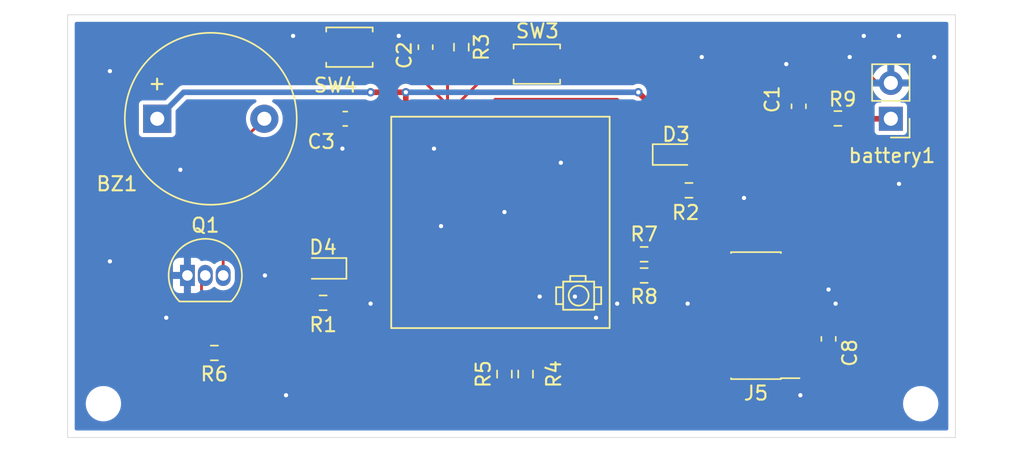
<source format=kicad_pcb>
(kicad_pcb (version 20221018) (generator pcbnew)
  (layers (0 "F.Cu" signal) (31 "B.Cu" signal) (34 "B.Paste" user) (35 "F.Paste" user) (36 "B.SilkS" user "B.Silkscreen") (37 "F.SilkS" user "F.Silkscreen") (38 "B.Mask" user) (39 "F.Mask" user) (44 "Edge.Cuts" user))
  (net 0 "")
  (net 1 "Net-(battery1-+)")
  (net 2 "GND")
  (net 3 "Net-(BZ1-+)")
  (net 4 "3V3")
  (net 5 "/RST")
  (net 6 "Net-(D3-K)")
  (net 7 "Net-(D3-A)")
  (net 8 "Net-(D4-K)")
  (net 9 "Net-(D4-A)")
  (net 12 "Net-(J5-JTMS{slash}SWDIO)")
  (net 13 "Net-(J5-JCLK{slash}SWCLK)")
  (net 19 "Net-(J5-VCP_RX)")
  (net 20 "Net-(J5-VCP_TX)")
  (net 21 "Net-(Q1-B)")
  (net 22 "/SWCLK")
  (net 23 "/SWDIO")
  (net 24 "/PA1")
  (net 25 "/RX2")
  (net 26 "/TX2")
  (net 27 "Net-(U$3-BOOT0)")
  (net 28 "/PA15")
  (net 29 "/TX1")
  (net 30 "/RX1")
  (net 31 "/SCL")
  (net 32 "/SDA")
  (net 34 "/MOSI")
  (net 35 "/MISO")
  (net 36 "/SCK")
  (net 37 "/NSS")
  (net 38 "/PA8")
  (net 39 "/A1")
  (net 40 "/D2")
  (net 41 "/PA0")
  (net 42 "/D4")
  (net 43 "/A3")
  (net 44 "/D3")
  (footprint "Capacitor_SMD:C_0603_1608Metric_Pad1.08x0.95mm_HandSolder" (layer "F.Cu") (at 181 135 90)
    (fp_text reference "C8" (at -1 1.5 90) (layer "F.SilkS"))
    (fp_text value "100nF")
    (fp_line (start -0.146267 -0.51) (end 0.146267 -0.51) (stroke (width 0.12)) (layer "F.SilkS"))
    (fp_line (start -0.146267 0.51) (end 0.146267 0.51) (stroke (width 0.12)) (layer "F.SilkS"))
    (pad "1" smd roundrect (at -0.8625 0 90) (size 1.075 0.95) (layers "F.Cu" "F.Paste" "F.Mask") (net 4 "3V3"))
    (pad "2" smd roundrect (at 0.8625 0 90) (size 1.075 0.95) (layers "F.Cu" "F.Paste" "F.Mask") (net 2 "GND"))
  )
  (footprint "MountingHole:MountingHole_2mm" (layer "F.Cu") (at 129.54 139.6)
    (fp_text reference "REF**" hide)
    (fp_text value "MountingHole_2mm")
    (pad "" np_thru_hole circle (at 0 0) (size 2 2) (drill 2) (layers "F&B.Cu" "*.Mask"))
  )
  (footprint "Connector_PinHeader_2.54mm:PinHeader_1x02_P2.54mm_Vertical" (layer "F.Cu") (at 185.42 119.38 180)
    (fp_text reference "battery1" (at -0.08 -2.62) (layer "F.SilkS"))
    (fp_text value "AAA")
    (fp_line (start -1.33 -1.33) (end 0 -1.33) (stroke (width 0.12)) (layer "F.SilkS"))
    (fp_line (start -1.33 0) (end -1.33 -1.33) (stroke (width 0.12)) (layer "F.SilkS"))
    (fp_line (start -1.33 1.27) (end -1.33 3.87) (stroke (width 0.12)) (layer "F.SilkS"))
    (fp_line (start -1.33 1.27) (end 1.33 1.27) (stroke (width 0.12)) (layer "F.SilkS"))
    (fp_line (start -1.33 3.87) (end 1.33 3.87) (stroke (width 0.12)) (layer "F.SilkS"))
    (fp_line (start 1.33 1.27) (end 1.33 3.87) (stroke (width 0.12)) (layer "F.SilkS"))
    (pad "1" thru_hole rect (at 0 0 180) (size 1.7 1.7) (drill 1) (layers "*.Cu" "*.Mask") (net 1 "Net-(battery1-+)"))
    (pad "2" thru_hole oval (at 0 2.54 180) (size 1.7 1.7) (drill 1) (layers "*.Cu" "*.Mask") (net 2 "GND"))
  )
  (footprint "Capacitor_SMD:C_0603_1608Metric_Pad1.08x0.95mm_HandSolder" (layer "F.Cu") (at 146.7 119.38)
    (fp_text reference "C3" (at -1.7 1.62) (layer "F.SilkS"))
    (fp_text value "100nF")
    (fp_line (start -0.146267 -0.51) (end 0.146267 -0.51) (stroke (width 0.12)) (layer "F.SilkS"))
    (fp_line (start -0.146267 0.51) (end 0.146267 0.51) (stroke (width 0.12)) (layer "F.SilkS"))
    (pad "1" smd roundrect (at -0.8625 0) (size 1.075 0.95) (layers "F.Cu" "F.Paste" "F.Mask") (net 2 "GND"))
    (pad "2" smd roundrect (at 0.8625 0) (size 1.075 0.95) (layers "F.Cu" "F.Paste" "F.Mask") (net 4 "3V3"))
  )
  (footprint "Resistor_SMD:R_0603_1608Metric_Pad0.98x0.95mm_HandSolder" (layer "F.Cu") (at 167.9125 130.5)
    (fp_text reference "R8" (at 0 1.5) (layer "F.SilkS"))
    (fp_text value "100")
    (fp_line (start -0.254724 -0.5225) (end 0.254724 -0.5225) (stroke (width 0.12)) (layer "F.SilkS"))
    (fp_line (start -0.254724 0.5225) (end 0.254724 0.5225) (stroke (width 0.12)) (layer "F.SilkS"))
    (pad "1" smd roundrect (at -0.9125 0) (size 0.975 0.95) (layers "F.Cu" "F.Paste" "F.Mask") (net 26 "/TX2"))
    (pad "2" smd roundrect (at 0.9125 0) (size 0.975 0.95) (layers "F.Cu" "F.Paste" "F.Mask") (net 20 "Net-(J5-VCP_TX)"))
  )
  (footprint "Resistor_SMD:R_0603_1608Metric_Pad0.98x0.95mm_HandSolder" (layer "F.Cu") (at 167.9125 129)
    (fp_text reference "R7" (at 0 -1.43) (layer "F.SilkS"))
    (fp_text value "100")
    (fp_line (start -0.254724 -0.5225) (end 0.254724 -0.5225) (stroke (width 0.12)) (layer "F.SilkS"))
    (fp_line (start -0.254724 0.5225) (end 0.254724 0.5225) (stroke (width 0.12)) (layer "F.SilkS"))
    (pad "1" smd roundrect (at -0.9125 0) (size 0.975 0.95) (layers "F.Cu" "F.Paste" "F.Mask") (net 25 "/RX2"))
    (pad "2" smd roundrect (at 0.9125 0) (size 0.975 0.95) (layers "F.Cu" "F.Paste" "F.Mask") (net 19 "Net-(J5-VCP_RX)"))
  )
  (footprint "Package_TO_SOT_THT:TO-92_Inline" (layer "F.Cu") (at 135.5 130.5)
    (fp_text reference "Q1" (at 1.27 -3.56) (layer "F.SilkS"))
    (fp_text value "2N3904")
    (fp_line (start -0.53 1.85) (end 3.07 1.85) (stroke (width 0.12)) (layer "F.SilkS"))
    (fp_arc (start -0.568478 1.838478) (mid -1.132087 -0.994977) (end 1.27 -2.6) (stroke (width 0.12)) (layer "F.SilkS"))
    (fp_arc (start 1.27 -2.6) (mid 3.672087 -0.994977) (end 3.108478 1.838478) (stroke (width 0.12)) (layer "F.SilkS"))
    (pad "1" thru_hole rect (at 0 0) (size 1.05 1.5) (drill 0.75) (layers "*.Cu" "*.Mask") (net 2 "GND"))
    (pad "2" thru_hole oval (at 1.27 0) (size 1.05 1.5) (drill 0.75) (layers "*.Cu" "*.Mask") (net 21 "Net-(Q1-B)"))
    (pad "3" thru_hole oval (at 2.54 0) (size 1.05 1.5) (drill 0.75) (layers "*.Cu" "*.Mask") (net 3 "Net-(BZ1-+)"))
  )
  (footprint "Resistor_SMD:R_0603_1608Metric_Pad0.98x0.95mm_HandSolder" (layer "F.Cu") (at 145.131009 132.442655 180)
    (fp_text reference "R1" (at 0 -1.557345) (layer "F.SilkS"))
    (fp_text value "1K")
    (fp_line (start -0.254724 -0.5225) (end 0.254724 -0.5225) (stroke (width 0.12)) (layer "F.SilkS"))
    (fp_line (start -0.254724 0.5225) (end 0.254724 0.5225) (stroke (width 0.12)) (layer "F.SilkS"))
    (pad "1" smd roundrect (at -0.9125 0 180) (size 0.975 0.95) (layers "F.Cu" "F.Paste" "F.Mask") (net 9 "Net-(D4-A)"))
    (pad "2" smd roundrect (at 0.9125 0 180) (size 0.975 0.95) (layers "F.Cu" "F.Paste" "F.Mask") (net 4 "3V3"))
  )
  (footprint "Diode_SMD:D_0603_1608Metric_Pad1.05x0.95mm_HandSolder" (layer "F.Cu") (at 145.125 130 180)
    (fp_text reference "D4" (at 0 1.5) (layer "F.SilkS"))
    (fp_text value "GREEN")
    (fp_line (start -1.66 -0.735) (end -1.66 0.735) (stroke (width 0.12)) (layer "F.SilkS"))
    (fp_line (start -1.66 0.735) (end 0.8 0.735) (stroke (width 0.12)) (layer "F.SilkS"))
    (fp_line (start 0.8 -0.735) (end -1.66 -0.735) (stroke (width 0.12)) (layer "F.SilkS"))
    (pad "1" smd roundrect (at -0.875 0 180) (size 1.05 0.95) (layers "F.Cu" "F.Paste" "F.Mask") (net 8 "Net-(D4-K)"))
    (pad "2" smd roundrect (at 0.875 0 180) (size 1.05 0.95) (layers "F.Cu" "F.Paste" "F.Mask") (net 9 "Net-(D4-A)"))
  )
  (footprint "Resistor_SMD:R_0603_1608Metric_Pad0.98x0.95mm_HandSolder" (layer "F.Cu") (at 154.94 114.3 -90)
    (fp_text reference "R3" (at 0 -1.43 90) (layer "F.SilkS"))
    (fp_text value "10K")
    (fp_line (start -0.254724 -0.5225) (end 0.254724 -0.5225) (stroke (width 0.12)) (layer "F.SilkS"))
    (fp_line (start -0.254724 0.5225) (end 0.254724 0.5225) (stroke (width 0.12)) (layer "F.SilkS"))
    (pad "1" smd roundrect (at -0.9125 0 270) (size 0.975 0.95) (layers "F.Cu" "F.Paste" "F.Mask") (net 4 "3V3"))
    (pad "2" smd roundrect (at 0.9125 0 270) (size 0.975 0.95) (layers "F.Cu" "F.Paste" "F.Mask") (net 5 "/RST"))
  )
  (footprint "Capacitor_SMD:C_0603_1608Metric_Pad1.08x0.95mm_HandSolder" (layer "F.Cu") (at 152.4 114.3 -90)
    (fp_text reference "C2" (at 0.575373 1.506973 90) (layer "F.SilkS"))
    (fp_text value "100nF")
    (fp_line (start -0.146267 -0.51) (end 0.146267 -0.51) (stroke (width 0.12)) (layer "F.SilkS"))
    (fp_line (start -0.146267 0.51) (end 0.146267 0.51) (stroke (width 0.12)) (layer "F.SilkS"))
    (pad "1" smd roundrect (at -0.8625 0 270) (size 1.075 0.95) (layers "F.Cu" "F.Paste" "F.Mask") (net 2 "GND"))
    (pad "2" smd roundrect (at 0.8625 0 270) (size 1.075 0.95) (layers "F.Cu" "F.Paste" "F.Mask") (net 5 "/RST"))
  )
  (footprint "Connector_PinHeader_1.27mm:PinHeader_2x07_P1.27mm_Vertical_SMD" (layer "F.Cu") (at 175.85 133.35 180)
    (fp_text reference "J5" (at 0 -5.505) (layer "F.SilkS"))
    (fp_text value "Conn_ST_STDC14" hide)
    (fp_line (start -3.09 -4.44) (end -1.765 -4.44) (stroke (width 0.12)) (layer "F.SilkS"))
    (fp_line (start -1.765 -4.505) (end -1.765 -4.44) (stroke (width 0.12)) (layer "F.SilkS"))
    (fp_line (start -1.765 -4.505) (end 1.765 -4.505) (stroke (width 0.12)) (layer "F.SilkS"))
    (fp_line (start -1.765 4.44) (end -1.765 4.505) (stroke (width 0.12)) (layer "F.SilkS"))
    (fp_line (start -1.765 4.505) (end 1.765 4.505) (stroke (width 0.12)) (layer "F.SilkS"))
    (fp_line (start 1.765 -4.505) (end 1.765 -4.44) (stroke (width 0.12)) (layer "F.SilkS"))
    (fp_line (start 1.765 4.44) (end 1.765 4.505) (stroke (width 0.12)) (layer "F.SilkS"))
    (pad "1" smd rect (at -1.95 -3.81 180) (size 2.4 0.74) (layers "F.Cu" "F.Paste" "F.Mask"))
    (pad "2" smd rect (at 1.95 -3.81 180) (size 2.4 0.74) (layers "F.Cu" "F.Paste" "F.Mask"))
    (pad "3" smd rect (at -1.95 -2.54 180) (size 2.4 0.74) (layers "F.Cu" "F.Paste" "F.Mask") (net 4 "3V3"))
    (pad "4" smd rect (at 1.95 -2.54 180) (size 2.4 0.74) (layers "F.Cu" "F.Paste" "F.Mask") (net 12 "Net-(J5-JTMS{slash}SWDIO)"))
    (pad "5" smd rect (at -1.95 -1.27 180) (size 2.4 0.74) (layers "F.Cu" "F.Paste" "F.Mask") (net 2 "GND"))
    (pad "6" smd rect (at 1.95 -1.27 180) (size 2.4 0.74) (layers "F.Cu" "F.Paste" "F.Mask") (net 13 "Net-(J5-JCLK{slash}SWCLK)"))
    (pad "7" smd rect (at -1.95 0 180) (size 2.4 0.74) (layers "F.Cu" "F.Paste" "F.Mask") (net 2 "GND"))
    (pad "8" smd rect (at 1.95 0 180) (size 2.4 0.74) (layers "F.Cu" "F.Paste" "F.Mask"))
    (pad "9" smd rect (at -1.95 1.27 180) (size 2.4 0.74) (layers "F.Cu" "F.Paste" "F.Mask"))
    (pad "10" smd rect (at 1.95 1.27 180) (size 2.4 0.74) (layers "F.Cu" "F.Paste" "F.Mask"))
    (pad "11" smd rect (at -1.95 2.54 180) (size 2.4 0.74) (layers "F.Cu" "F.Paste" "F.Mask"))
    (pad "12" smd rect (at 1.95 2.54 180) (size 2.4 0.74) (layers "F.Cu" "F.Paste" "F.Mask"))
    (pad "13" smd rect (at -1.95 3.81 180) (size 2.4 0.74) (layers "F.Cu" "F.Paste" "F.Mask") (net 19 "Net-(J5-VCP_RX)"))
    (pad "14" smd rect (at 1.95 3.81 180) (size 2.4 0.74) (layers "F.Cu" "F.Paste" "F.Mask") (net 20 "Net-(J5-VCP_TX)"))
  )
  (footprint "Resistor_SMD:R_0603_1608Metric_Pad0.98x0.95mm_HandSolder" (layer "F.Cu") (at 181.665759 119.35814)
    (fp_text reference "R9" (at 0.334241 -1.35814) (layer "F.SilkS"))
    (fp_text value "1")
    (fp_line (start -0.254724 -0.5225) (end 0.254724 -0.5225) (stroke (width 0.12)) (layer "F.SilkS"))
    (fp_line (start -0.254724 0.5225) (end 0.254724 0.5225) (stroke (width 0.12)) (layer "F.SilkS"))
    (pad "1" smd roundrect (at -0.9125 0) (size 0.975 0.95) (layers "F.Cu" "F.Paste" "F.Mask") (net 4 "3V3"))
    (pad "2" smd roundrect (at 0.9125 0) (size 0.975 0.95) (layers "F.Cu" "F.Paste" "F.Mask") (net 1 "Net-(battery1-+)"))
  )
  (footprint "Button_Switch_SMD:SW_SPST_B3U-1000P" (layer "F.Cu") (at 160.3 115.5)
    (fp_text reference "SW3" (at 0.036349 -2.346066) (layer "F.SilkS"))
    (fp_text value "BOOT")
    (fp_line (start -1.65 -1.4) (end 1.65 -1.4) (stroke (width 0.12)) (layer "F.SilkS"))
    (fp_line (start -1.65 -1.1) (end -1.65 -1.4) (stroke (width 0.12)) (layer "F.SilkS"))
    (fp_line (start -1.65 1.1) (end -1.65 1.4) (stroke (width 0.12)) (layer "F.SilkS"))
    (fp_line (start -1.65 1.4) (end 1.65 1.4) (stroke (width 0.12)) (layer "F.SilkS"))
    (fp_line (start 1.65 -1.4) (end 1.65 -1.1) (stroke (width 0.12)) (layer "F.SilkS"))
    (fp_line (start 1.65 1.4) (end 1.65 1.1) (stroke (width 0.12)) (layer "F.SilkS"))
    (pad "1" smd rect (at -1.7 0) (size 0.9 1.7) (layers "F.Cu" "F.Paste" "F.Mask") (net 27 "Net-(U$3-BOOT0)"))
    (pad "2" smd rect (at 1.7 0) (size 0.9 1.7) (layers "F.Cu" "F.Paste" "F.Mask") (net 4 "3V3"))
  )
  (footprint "Resistor_SMD:R_0603_1608Metric_Pad0.98x0.95mm_HandSolder" (layer "F.Cu") (at 158 137.5 -90)
    (fp_text reference "R5" (at 0 1.5 90) (layer "F.SilkS"))
    (fp_text value "100")
    (fp_line (start -0.254724 -0.5225) (end 0.254724 -0.5225) (stroke (width 0.12)) (layer "F.SilkS"))
    (fp_line (start -0.254724 0.5225) (end 0.254724 0.5225) (stroke (width 0.12)) (layer "F.SilkS"))
    (pad "1" smd roundrect (at -0.9125 0 270) (size 0.975 0.95) (layers "F.Cu" "F.Paste" "F.Mask") (net 23 "/SWDIO"))
    (pad "2" smd roundrect (at 0.9125 0 270) (size 0.975 0.95) (layers "F.Cu" "F.Paste" "F.Mask") (net 12 "Net-(J5-JTMS{slash}SWDIO)"))
  )
  (footprint "Resistor_SMD:R_0603_1608Metric_Pad0.98x0.95mm_HandSolder" (layer "F.Cu") (at 159.5 137.5 -90)
    (fp_text reference "R4" (at 0 -2 90) (layer "F.SilkS"))
    (fp_text value "100")
    (fp_line (start -0.254724 -0.5225) (end 0.254724 -0.5225) (stroke (width 0.12)) (layer "F.SilkS"))
    (fp_line (start -0.254724 0.5225) (end 0.254724 0.5225) (stroke (width 0.12)) (layer "F.SilkS"))
    (pad "1" smd roundrect (at -0.9125 0 270) (size 0.975 0.95) (layers "F.Cu" "F.Paste" "F.Mask") (net 22 "/SWCLK"))
    (pad "2" smd roundrect (at 0.9125 0 270) (size 0.975 0.95) (layers "F.Cu" "F.Paste" "F.Mask") (net 13 "Net-(J5-JCLK{slash}SWCLK)"))
  )
  (footprint "Capacitor_SMD:C_0603_1608Metric_Pad1.08x0.95mm_HandSolder" (layer "F.Cu") (at 178.883996 118.49564 -90)
    (fp_text reference "C1" (at -0.49564 1.883996 90) (layer "F.SilkS"))
    (fp_text value "10uF")
    (fp_line (start -0.146267 -0.51) (end 0.146267 -0.51) (stroke (width 0.12)) (layer "F.SilkS"))
    (fp_line (start -0.146267 0.51) (end 0.146267 0.51) (stroke (width 0.12)) (layer "F.SilkS"))
    (pad "1" smd roundrect (at -0.8625 0 270) (size 1.075 0.95) (layers "F.Cu" "F.Paste" "F.Mask") (net 2 "GND"))
    (pad "2" smd roundrect (at 0.8625 0 270) (size 1.075 0.95) (layers "F.Cu" "F.Paste" "F.Mask") (net 4 "3V3"))
  )
  (footprint "Button_Switch_SMD:SW_SPST_B3U-1000P" (layer "F.Cu") (at 147 114.3)
    (fp_text reference "SW4" (at -1 2.7) (layer "F.SilkS"))
    (fp_text value "RST" hide)
    (fp_line (start -1.65 -1.4) (end 1.65 -1.4) (stroke (width 0.12)) (layer "F.SilkS"))
    (fp_line (start -1.65 -1.1) (end -1.65 -1.4) (stroke (width 0.12)) (layer "F.SilkS"))
    (fp_line (start -1.65 1.1) (end -1.65 1.4) (stroke (width 0.12)) (layer "F.SilkS"))
    (fp_line (start -1.65 1.4) (end 1.65 1.4) (stroke (width 0.12)) (layer "F.SilkS"))
    (fp_line (start 1.65 -1.4) (end 1.65 -1.1) (stroke (width 0.12)) (layer "F.SilkS"))
    (fp_line (start 1.65 1.4) (end 1.65 1.1) (stroke (width 0.12)) (layer "F.SilkS"))
    (pad "1" smd rect (at -1.7 0) (size 0.9 1.7) (layers "F.Cu" "F.Paste" "F.Mask") (net 2 "GND"))
    (pad "2" smd rect (at 1.7 0) (size 0.9 1.7) (layers "F.Cu" "F.Paste" "F.Mask") (net 5 "/RST"))
  )
  (footprint "Resistor_SMD:R_0603_1608Metric_Pad0.98x0.95mm_HandSolder" (layer "F.Cu") (at 137.4125 136 180)
    (fp_text reference "R6" (at 0 -1.5) (layer "F.SilkS"))
    (fp_text value "7.5k")
    (fp_line (start -0.254724 -0.5225) (end 0.254724 -0.5225) (stroke (width 0.12)) (layer "F.SilkS"))
    (fp_line (start -0.254724 0.5225) (end 0.254724 0.5225) (stroke (width 0.12)) (layer "F.SilkS"))
    (pad "1" smd roundrect (at -0.9125 0 180) (size 0.975 0.95) (layers "F.Cu" "F.Paste" "F.Mask") (net 24 "/PA1"))
    (pad "2" smd roundrect (at 0.9125 0 180) (size 0.975 0.95) (layers "F.Cu" "F.Paste" "F.Mask") (net 21 "Net-(Q1-B)"))
  )
  (footprint "Library:3drak" (layer "F.Cu") (at 157.7 126.78)
    (fp_text reference "U$3" hide)
    (fp_text value "RAK3172HF" hide)
    (fp_line (start -7.735 -7.545) (end -7.735 7.455) (stroke (width 0.127)) (layer "F.SilkS"))
    (fp_line (start -7.735 7.455) (end 7.765 7.455) (stroke (width 0.127)) (layer "F.SilkS"))
    (fp_line (start 3.965 4.555) (end 4.465 4.555) (stroke (width 0.127)) (layer "F.SilkS"))
    (fp_line (start 3.965 5.755) (end 3.965 4.555) (stroke (width 0.127)) (layer "F.SilkS"))
    (fp_line (start 3.965 5.755) (end 4.465 5.755) (stroke (width 0.127)) (layer "F.SilkS"))
    (fp_line (start 4.465 4.155) (end 4.965 4.155) (stroke (width 0.127)) (layer "F.SilkS"))
    (fp_line (start 4.465 4.555) (end 4.465 4.155) (stroke (width 0.127)) (layer "F.SilkS"))
    (fp_line (start 4.465 5.755) (end 4.465 4.555) (stroke (width 0.127)) (layer "F.SilkS"))
    (fp_line (start 4.465 6.155) (end 4.465 5.755) (stroke (width 0.127)) (layer "F.SilkS"))
    (fp_line (start 4.965 3.755) (end 4.965 4.155) (stroke (width 0.127)) (layer "F.SilkS"))
    (fp_line (start 4.965 4.155) (end 6.065 4.155) (stroke (width 0.127)) (layer "F.SilkS"))
    (fp_line (start 6.065 3.755) (end 4.965 3.755) (stroke (width 0.127)) (layer "F.SilkS"))
    (fp_line (start 6.065 3.755) (end 6.065 4.155) (stroke (width 0.127)) (layer "F.SilkS"))
    (fp_line (start 6.065 4.155) (end 6.665 4.155) (stroke (width 0.127)) (layer "F.SilkS"))
    (fp_line (start 6.665 4.155) (end 6.665 4.555) (stroke (width 0.127)) (layer "F.SilkS"))
    (fp_line (start 6.665 4.555) (end 6.665 5.755) (stroke (width 0.127)) (layer "F.SilkS"))
    (fp_line (start 6.665 4.555) (end 7.165 4.555) (stroke (width 0.127)) (layer "F.SilkS"))
    (fp_line (start 6.665 5.755) (end 6.665 6.155) (stroke (width 0.127)) (layer "F.SilkS"))
    (fp_line (start 6.665 6.155) (end 4.465 6.155) (stroke (width 0.127)) (layer "F.SilkS"))
    (fp_line (start 7.165 4.555) (end 7.165 5.755) (stroke (width 0.127)) (layer "F.SilkS"))
    (fp_line (start 7.165 5.755) (end 6.665 5.755) (stroke (width 0.127)) (layer "F.SilkS"))
    (fp_line (start 7.765 -7.545) (end -7.735 -7.545) (stroke (width 0.127)) (layer "F.SilkS"))
    (fp_line (start 7.765 7.455) (end 7.765 -7.545) (stroke (width 0.127)) (layer "F.SilkS"))
    (fp_circle (center 5.565 5.155) (end 4.857894 5.155) (stroke (width 0.127)) (fill none) (layer "F.SilkS"))
    (pad "1" smd rect (at -5.735 7.4 270) (size 1.8 0.7) (layers "F.Cu" "F.Paste") (net 25 "/RX2"))
    (pad "2" smd rect (at -4.735 7.4 270) (size 1.8 0.7) (layers "F.Cu" "F.Paste") (net 26 "/TX2"))
    (pad "3" smd rect (at -3.735 7.4 270) (size 1.8 0.7) (layers "F.Cu" "F.Paste") (net 28 "/PA15"))
    (pad "4" smd rect (at -2.735 7.4 270) (size 1.8 0.7) (layers "F.Cu" "F.Paste") (net 29 "/TX1"))
    (pad "5" smd rect (at -1.735 7.4 270) (size 1.8 0.7) (layers "F.Cu" "F.Paste") (net 30 "/RX1"))
    (pad "6" smd rect (at -0.735 7.4 270) (size 1.8 0.7) (layers "F.Cu" "F.Paste") (net 24 "/PA1"))
    (pad "7" smd rect (at 0.265 7.4 270) (size 1.8 0.7) (layers "F.Cu" "F.Paste") (net 23 "/SWDIO"))
    (pad "8" smd rect (at 1.265 7.4 270) (size 1.8 0.7) (layers "F.Cu" "F.Paste") (net 22 "/SWCLK"))
    (pad "9" smd rect (at 2.265 7.4 270) (size 1.8 0.7) (layers "F.Cu" "F.Paste") (net 31 "/SCL"))
    (pad "10" smd rect (at 3.265 7.4 270) (size 1.8 0.7) (layers "F.Cu" "F.Paste") (net 32 "/SDA"))
    (pad "11" smd rect (at 4.265 7.4 270) (size 1.8 0.7) (layers "F.Cu" "F.Paste") (net 2 "GND"))
    (pad "12" smd rect (at 5.265 7.4 270) (size 1.8 0.7) (layers "F.Cu" "F.Paste"))
    (pad "13" smd rect (at 7.4 -0.555) (size 1.8 0.7) (layers "F.Cu" "F.Paste") (net 34 "/MOSI"))
    (pad "14" smd rect (at 7.4 -1.555) (size 1.8 0.7) (layers "F.Cu" "F.Paste") (net 35 "/MISO"))
    (pad "15" smd rect (at 7.4 -2.555) (size 1.8 0.7) (layers "F.Cu" "F.Paste") (net 36 "/SCK"))
    (pad "16" smd rect (at 7.4 -3.555) (size 1.8 0.7) (layers "F.Cu" "F.Paste") (net 37 "/NSS"))
    (pad "17" smd rect (at 5.265 -7.4 270) (size 1.8 0.7) (layers "F.Cu" "F.Paste") (net 2 "GND"))
    (pad "18" smd rect (at 4.265 -7.4 270) (size 1.8 0.7) (layers "F.Cu" "F.Paste") (net 2 "GND"))
    (pad "19" smd rect (at 3.265 -7.4 270) (size 1.8 0.7) (layers "F.Cu" "F.Paste") (net 38 "/PA8"))
    (pad "20" smd rect (at -1.735 -7.4 270) (size 1.8 0.7) (layers "F.Cu" "F.Paste") (net 6 "Net-(D3-K)"))
    (pad "21" smd rect (at -2.735 -7.4 270) (size 1.8 0.7) (layers "F.Cu" "F.Paste") (net 27 "Net-(U$3-BOOT0)"))
    (pad "22" smd rect (at -3.735 -7.4 270) (size 1.8 0.7) (layers "F.Cu" "F.Paste") (net 5 "/RST"))
    (pad "23" smd rect (at -4.735 -7.4 270) (size 1.8 0.7) (layers "F.Cu" "F.Paste") (net 2 "GND"))
    (pad "24" smd rect (at -5.735 -7.4 270) (size 1.8 0.7) (layers "F.Cu" "F.Paste") (net 4 "3V3"))
    (pad "25" smd rect (at -7.4 -3.555) (size 1.8 0.7) (layers "F.Cu" "F.Paste") (net 8 "Net-(D4-K)"))
    (pad "26" smd rect (at -7.4 -2.555) (size 1.8 0.7) (layers "F.Cu" "F.Paste") (net 39 "/A1"))
    (pad "27" smd rect (at -7.4 -1.555) (size 1.8 0.7) (layers "F.Cu" "F.Paste") (net 40 "/D2"))
    (pad "28" smd rect (at -7.4 -0.555) (size 1.8 0.7) (layers "F.Cu" "F.Paste") (net 2 "GND"))
    (pad "29" smd rect (at -7.4 0.445) (size 1.8 0.7) (layers "F.Cu" "F.Paste") (net 41 "/PA0"))
    (pad "30" smd rect (at -7.4 1.445) (size 1.8 0.7) (layers "F.Cu" "F.Paste") (net 42 "/D4"))
    (pad "31" smd rect (at -7.4 2.445) (size 1.8 0.7) (layers "F.Cu" "F.Paste") (net 43 "/A3"))
    (pad "32" smd rect (at -7.4 3.445) (size 1.8 0.7) (layers "F.Cu" "F.Paste") (net 44 "/D3"))
  )
  (footprint "Buzzer_Beeper:Buzzer_12x9.5RM7.6" (layer "F.Cu") (at 133.36 119.38)
    (fp_text reference "BZ1" (at -2.86 4.62) (layer "F.SilkS"))
    (fp_text value "Buzzer")
    (fp_text user "+" (at -0.01 -2.54) (layer "F.SilkS"))
    (fp_circle (center 3.8 0) (end 9.9 0) (stroke (width 0.12)) (fill none) (layer "F.SilkS"))
    (pad "1" thru_hole rect (at 0 0) (size 2 2) (drill 1) (layers "*.Cu" "*.Mask") (net 4 "3V3"))
    (pad "2" thru_hole circle (at 7.6 0) (size 2 2) (drill 1) (layers "*.Cu" "*.Mask") (net 3 "Net-(BZ1-+)"))
  )
  (footprint "Resistor_SMD:R_0603_1608Metric_Pad0.98x0.95mm_HandSolder" (layer "F.Cu") (at 171.0925 124.46)
    (fp_text reference "R2" (at -0.230781 1.580134) (layer "F.SilkS"))
    (fp_text value "1K")
    (fp_line (start -0.254724 -0.5225) (end 0.254724 -0.5225) (stroke (width 0.12)) (layer "F.SilkS"))
    (fp_line (start -0.254724 0.5225) (end 0.254724 0.5225) (stroke (width 0.12)) (layer "F.SilkS"))
    (pad "1" smd roundrect (at -0.9125 0) (size 0.975 0.95) (layers "F.Cu" "F.Paste" "F.Mask") (net 7 "Net-(D3-A)"))
    (pad "2" smd roundrect (at 0.9125 0) (size 0.975 0.95) (layers "F.Cu" "F.Paste" "F.Mask") (net 4 "3V3"))
  )
  (footprint "MountingHole:MountingHole_2mm" (layer "F.Cu") (at 187.54 139.6)
    (fp_text reference "REF**" hide)
    (fp_text value "MountingHole_2mm")
    (pad "" np_thru_hole circle (at 0 0) (size 2 2) (drill 2) (layers "*.Cu" "*.Mask"))
  )
  (footprint "Diode_SMD:D_0603_1608Metric_Pad1.05x0.95mm_HandSolder" (layer "F.Cu") (at 170.18 121.92)
    (fp_text reference "D3" (at 0 -1.43) (layer "F.SilkS"))
    (fp_text value "RED" hide)
    (fp_line (start -1.66 -0.735) (end -1.66 0.735) (stroke (width 0.12)) (layer "F.SilkS"))
    (fp_line (start -1.66 0.735) (end 0.8 0.735) (stroke (width 0.12)) (layer "F.SilkS"))
    (fp_line (start 0.8 -0.735) (end -1.66 -0.735) (stroke (width 0.12)) (layer "F.SilkS"))
    (pad "1" smd roundrect (at -0.875 0) (size 1.05 0.95) (layers "F.Cu" "F.Paste" "F.Mask") (net 6 "Net-(D3-K)"))
    (pad "2" smd roundrect (at 0.875 0) (size 1.05 0.95) (layers "F.Cu" "F.Paste" "F.Mask") (net 7 "Net-(D3-A)"))
  )
  (gr_line (start 127 142) (end 127 112) (stroke (width 0.05)) (layer "Edge.Cuts"))
  (gr_line (start 190 112) (end 190 142) (stroke (width 0.05)) (layer "Edge.Cuts"))
  (gr_line (start 190 142) (end 127 142) (stroke (width 0.05)) (layer "Edge.Cuts"))
  (gr_line (start 127 112) (end 190 112) (stroke (width 0.05)) (layer "Edge.Cuts"))
  (segment (start 182.600119 119.38) (end 182.578259 119.35814) (width 0.4) (layer "F.Cu") (net 1))
  (segment (start 185.42 119.38) (end 182.600119 119.38) (width 0.4) (layer "F.Cu") (net 1))
  (segment (start 152.4 113.4375) (end 150.5625 113.4375) (width 0.2) (layer "F.Cu") (net 2))
  (segment (start 181 134.1375) (end 181 133) (width 0.2) (layer "F.Cu") (net 2))
  (segment (start 161.965 133.465) (end 160.5 132) (width 0.2) (layer "F.Cu") (net 2))
  (segment (start 145.3 114.3) (end 144.5 113.5) (width 0.2) (layer "F.Cu") (net 2))
  (segment (start 161.965 119.38) (end 161.965 122.465) (width 0.2) (layer "F.Cu") (net 2))
  (segment (start 145.8375 120.8375) (end 146.5 121.5) (width 0.2) (layer "F.Cu") (net 2))
  (segment (start 179.8625 134.1375) (end 181 134.1375) (width 0.2) (layer "F.Cu") (net 2))
  (segment (start 179.38 134.62) (end 179.8625 134.1375) (width 0.2) (layer "F.Cu") (net 2))
  (segment (start 152.965 121.465) (end 153 121.5) (width 0.2) (layer "F.Cu") (net 2))
  (segment (start 135.5 132) (end 134 133.5) (width 0.2) (layer "F.Cu") (net 2))
  (segment (start 150.3 126.225) (end 152.725 126.225) (width 0.2) (layer "F.Cu") (net 2))
  (segment (start 184.34 116.84) (end 182.5 115) (width 0.4) (layer "F.Cu") (net 2))
  (segment (start 178.883996 116.383996) (end 178 115.5) (width 0.2) (layer "F.Cu") (net 2))
  (segment (start 161.965 134.18) (end 161.965 133.465) (width 0.2) (layer "F.Cu") (net 2))
  (segment (start 185.42 116.84) (end 184.34 116.84) (width 0.4) (layer "F.Cu") (net 2))
  (segment (start 135.5 130.5) (end 135.5 132) (width 0.2) (layer "F.Cu") (net 2))
  (segment (start 161.965 122.465) (end 162 122.5) (width 0.2) (layer "F.Cu") (net 2))
  (segment (start 181 133) (end 181.5 132.5) (width 0.2) (layer "F.Cu") (net 2))
  (segment (start 144.5 113.5) (end 143 113.5) (width 0.2) (layer "F.Cu") (net 2))
  (segment (start 150.5625 113.4375) (end 150.5 113.5) (width 0.2) (layer "F.Cu") (net 2))
  (segment (start 177.8 133.35) (end 180.2125 133.35) (width 0.2) (layer "F.Cu") (net 2))
  (segment (start 180.2125 133.35) (end 181 134.1375) (width 0.2) (layer "F.Cu") (net 2))
  (segment (start 178.883996 117.63314) (end 178.883996 116.383996) (width 0.2) (layer "F.Cu") (net 2))
  (segment (start 177.8 134.62) (end 179.38 134.62) (width 0.2) (layer "F.Cu") (net 2))
  (segment (start 152.965 119.38) (end 152.965 121.465) (width 0.2) (layer "F.Cu") (net 2))
  (segment (start 162.965 119.38) (end 162.965 121.535) (width 0.2) (layer "F.Cu") (net 2))
  (segment (start 152.725 126.225) (end 153.5 127) (width 0.2) (layer "F.Cu") (net 2))
  (segment (start 145.8375 119.38) (end 145.8375 120.8375) (width 0.2) (layer "F.Cu") (net 2))
  (segment (start 162.965 121.535) (end 162 122.5) (width 0.2) (layer "F.Cu") (net 2))
  (via (at 134 133.5) (size 0.6) (drill 0.3) (layers "F.Cu" "B.Cu") (net 2))
  (via (at 171 132.5) (size 0.6) (drill 0.3) (layers "F.Cu" "B.Cu") (net 2))
  (via (at 162 122.5) (size 0.6) (drill 0.3) (layers "F.Cu" "B.Cu") (net 2))
  (via (at 150.5 113.5) (size 0.6) (drill 0.3) (layers "F.Cu" "B.Cu") (net 2))
  (via (at 148.5 132.5) (size 0.6) (drill 0.3) (layers "F.Cu" "B.Cu") (net 2))
  (via (at 188.5 115) (size 0.6) (drill 0.3) (layers "F.Cu" "B.Cu") (net 2))
  (via (at 183.5 113.5) (size 0.6) (drill 0.3) (layers "F.Cu" "B.Cu") (net 2))
  (via (at 142.5 139) (size 0.6) (drill 0.3) (layers "F.Cu" "B.Cu") (net 2))
  (via (at 178 115.5) (size 0.6) (drill 0.3) (layers "F.Cu" "B.Cu") (net 2))
  (via (at 179 139) (size 0.6) (drill 0.3) (layers "F.Cu" "B.Cu") (net 2))
  (via (at 146.5 121.5) (size 0.6) (drill 0.3) (layers "F.Cu" "B.Cu") (net 2))
  (via (at 166 132.5) (size 0.6) (drill 0.3) (layers "F.Cu" "B.Cu") (net 2))
  (via (at 153.5 127) (size 0.6) (drill 0.3) (layers "F.Cu" "B.Cu") (net 2))
  (via (at 181.5 132.5) (size 0.6) (drill 0.3) (layers "F.Cu" "B.Cu") (net 2))
  (via (at 182.5 115) (size 0.6) (drill 0.3) (layers "F.Cu" "B.Cu") (net 2))
  (via (at 172 115) (size 0.6) (drill 0.3) (layers "F.Cu" "B.Cu") (net 2))
  (via (at 181 131.5) (size 0.6) (drill 0.3) (layers "F.Cu" "B.Cu") (net 2))
  (via (at 158 126) (size 0.6) (drill 0.3) (layers "F.Cu" "B.Cu") (net 2))
  (via (at 135 123) (size 0.6) (drill 0.3) (layers "F.Cu" "B.Cu") (net 2))
  (via (at 186 124) (size 0.6) (drill 0.3) (layers "F.Cu" "B.Cu") (net 2))
  (via (at 175 125) (size 0.6) (drill 0.3) (layers "F.Cu" "B.Cu") (net 2))
  (via (at 186 113.5) (size 0.6) (drill 0.3) (layers "F.Cu" "B.Cu") (net 2))
  (via (at 130 116) (size 0.6) (drill 0.3) (layers "F.Cu" "B.Cu") (net 2))
  (via (at 143 113.5) (size 0.6) (drill 0.3) (layers "F.Cu" "B.Cu") (net 2))
  (via (at 163 132) (size 0.6) (drill 0.3) (layers "F.Cu" "B.Cu") (net 2))
  (via (at 160.5 132) (size 0.6) (drill 0.3) (layers "F.Cu" "B.Cu") (net 2))
  (via (at 130 129.5) (size 0.6) (drill 0.3) (layers "F.Cu" "B.Cu") (net 2))
  (via (at 164.5 133.5) (size 0.6) (drill 0.3) (layers "F.Cu" "B.Cu") (net 2))
  (via (at 141 130.5) (size 0.6) (drill 0.3) (layers "F.Cu" "B.Cu") (net 2))
  (via (at 153 121.5) (size 0.6) (drill 0.3) (layers "F.Cu" "B.Cu") (net 2))
  (segment (start 138.04 122.3) (end 140.96 119.38) (width 0.2) (layer "F.Cu") (net 3))
  (segment (start 138.04 130.5) (end 138.04 122.3) (width 0.2) (layer "F.Cu") (net 3))
  (segment (start 178.883996 119.35814) (end 173 119.35814) (width 0.4) (layer "F.Cu") (net 4))
  (segment (start 151 118.415) (end 151.965 119.38) (width 0.4) (layer "F.Cu") (net 4))
  (segment (start 169.35814 119.35814) (end 167.5 117.5) (width 0.4) (layer "F.Cu") (net 4))
  (segment (start 178.883996 123.383996) (end 178.883996 119.35814) (width 0.4) (layer "F.Cu") (net 4))
  (segment (start 172.005 124.46) (end 172.005 123.995) (width 0.4) (layer "F.Cu") (net 4))
  (segment (start 167.02936 113.3875) (end 169.14186 115.5) (width 0.4) (layer "F.Cu") (net 4))
  (segment (start 147.5625 121.9375) (end 147.5625 119.38) (width 0.4) (layer "F.Cu") (net 4))
  (segment (start 151 117.5) (end 151 118.415) (width 0.4) (layer "F.Cu") (net 4))
  (segment (start 148.5 117.5) (end 151 117.5) (width 0.4) (layer "F.Cu") (net 4))
  (segment (start 147.5625 119.38) (end 150.035 119.38) (width 0.4) (layer "F.Cu") (net 4))
  (segment (start 150.035 119.38) (end 151 118.415) (width 0.4) (layer "F.Cu") (net 4))
  (segment (start 169.14186 115.5) (end 173 119.35814) (width 0.4) (layer "F.Cu") (net 4))
  (segment (start 180.9725 135.89) (end 181 135.8625) (width 0.4) (layer "F.Cu") (net 4))
  (segment (start 177.8 135.89) (end 180.9725 135.89) (width 0.4) (layer "F.Cu") (net 4))
  (segment (start 144.218509 132.442655) (end 143.325 131.549146) (width 0.4) (layer "F.Cu") (net 4))
  (segment (start 184 132.8625) (end 184 128.5) (width 0.4) (layer "F.Cu") (net 4))
  (segment (start 162 115.5) (end 169.14186 115.5) (width 0.4) (layer "F.Cu") (net 4))
  (segment (start 172.005 123.995) (end 173 123) (width 0.4) (layer "F.Cu") (net 4))
  (segment (start 173 119.35814) (end 169.35814 119.35814) (width 0.4) (layer "F.Cu") (net 4))
  (segment (start 181 135.8625) (end 184 132.8625) (width 0.4) (layer "F.Cu") (net 4))
  (segment (start 143.325 126.175) (end 147.5625 121.9375) (width 0.4) (layer "F.Cu") (net 4))
  (segment (start 180.753259 119.35814) (end 178.883996 119.35814) (width 0.4) (layer "F.Cu") (net 4))
  (segment (start 143.325 131.549146) (end 143.325 126.175) (width 0.4) (layer "F.Cu") (net 4))
  (segment (start 173 123) (end 173 119.35814) (width 0.4) (layer "F.Cu") (net 4))
  (segment (start 184 128.5) (end 178.883996 123.383996) (width 0.4) (layer "F.Cu") (net 4))
  (segment (start 154.94 113.3875) (end 167.02936 113.3875) (width 0.4) (layer "F.Cu") (net 4))
  (via (at 167.5 117.5) (size 0.6) (drill 0.3) (layers "F.Cu" "B.Cu") (net 4))
  (via (at 151 117.5) (size 0.6) (drill 0.3) (layers "F.Cu" "B.Cu") (net 4))
  (via (at 148.5 117.5) (size 0.6) (drill 0.3) (layers "F.Cu" "B.Cu") (net 4))
  (segment (start 167.5 117.5) (end 151 117.5) (width 0.4) (layer "B.Cu") (net 4))
  (segment (start 133.36 119.38) (end 135.24 117.5) (width 0.4) (layer "B.Cu") (net 4))
  (segment (start 135.24 117.5) (end 148.5 117.5) (width 0.4) (layer "B.Cu") (net 4))
  (segment (start 154.94 115.2125) (end 153.965 116.1875) (width 0.2) (layer "F.Cu") (net 5))
  (segment (start 153.965 116.7275) (end 153.965 119.38) (width 0.2) (layer "F.Cu") (net 5))
  (segment (start 149.86 114.3) (end 153.965 118.405) (width 0.2) (layer "F.Cu") (net 5))
  (segment (start 152.4 115.1625) (end 153.965 116.7275) (width 0.2) (layer "F.Cu") (net 5))
  (segment (start 153.965 118.405) (end 153.965 119.38) (width 0.2) (layer "F.Cu") (net 5))
  (segment (start 153.965 116.1875) (end 153.965 119.38) (width 0.2) (layer "F.Cu") (net 5))
  (segment (start 149.86 114.3) (end 148.7 114.3) (width 0.2) (layer "F.Cu") (net 5))
  (segment (start 169.305 121.92) (end 169.305 121.305) (width 0.2) (layer "F.Cu") (net 6))
  (segment (start 157.345 118) (end 166 118) (width 0.2) (layer "F.Cu") (net 6))
  (segment (start 155.965 119.38) (end 157.345 118) (width 0.2) (layer "F.Cu") (net 6))
  (segment (start 169.305 121.305) (end 166 118) (width 0.2) (layer "F.Cu") (net 6))
  (segment (start 171 123.64) (end 171 123.5) (width 0.2) (layer "F.Cu") (net 7))
  (segment (start 170.18 124.46) (end 171 123.64) (width 0.2) (layer "F.Cu") (net 7))
  (segment (start 171.055 123.445) (end 171.055 121.92) (width 0.2) (layer "F.Cu") (net 7))
  (segment (start 171 123.5) (end 171.055 123.445) (width 0.2) (layer "F.Cu") (net 7))
  (segment (start 146 130) (end 146 126.625) (width 0.2) (layer "F.Cu") (net 8))
  (segment (start 149.4 123.225) (end 150.3 123.225) (width 0.2) (layer "F.Cu") (net 8))
  (segment (start 146 126.625) (end 149.4 123.225) (width 0.2) (layer "F.Cu") (net 8))
  (segment (start 144.25 130.649146) (end 146.043509 132.442655) (width 0.2) (layer "F.Cu") (net 9))
  (segment (start 144.218509 130.031491) (end 144.25 130) (width 0.2) (layer "F.Cu") (net 9))
  (segment (start 144.25 130) (end 144.25 130.649146) (width 0.2) (layer "F.Cu") (net 9))
  (segment (start 170.11 135.89) (end 173.9 135.89) (width 0.2) (layer "F.Cu") (net 12))
  (segment (start 166.5 139.5) (end 170.11 135.89) (width 0.2) (layer "F.Cu") (net 12))
  (segment (start 159.0875 139.5) (end 166.5 139.5) (width 0.2) (layer "F.Cu") (net 12))
  (segment (start 158 138.4125) (end 159.0875 139.5) (width 0.2) (layer "F.Cu") (net 12))
  (segment (start 166.0875 138.4125) (end 169.88 134.62) (width 0.2) (layer "F.Cu") (net 13))
  (segment (start 159.5 138.4125) (end 166.0875 138.4125) (width 0.2) (layer "F.Cu") (net 13))
  (segment (start 169.88 134.62) (end 173.9 134.62) (width 0.2) (layer "F.Cu") (net 13))
  (segment (start 168.825 129) (end 170.325 127.5) (width 0.2) (layer "F.Cu") (net 19))
  (segment (start 175.76 127.5) (end 177.8 129.54) (width 0.2) (layer "F.Cu") (net 19))
  (segment (start 170.325 127.5) (end 175.76 127.5) (width 0.2) (layer "F.Cu") (net 19))
  (segment (start 169.785 129.54) (end 173.9 129.54) (width 0.2) (layer "F.Cu") (net 20))
  (segment (start 168.825 130.5) (end 169.785 129.54) (width 0.2) (layer "F.Cu") (net 20))
  (segment (start 136.5 136) (end 136.5 130.77) (width 0.2) (layer "F.Cu") (net 21))
  (segment (start 136.5 130.77) (end 136.77 130.5) (width 0.2) (layer "F.Cu") (net 21))
  (segment (start 159.5 136.5875) (end 159.5 136) (width 0.2) (layer "F.Cu") (net 22))
  (segment (start 158.965 135.465) (end 158.965 134.18) (width 0.2) (layer "F.Cu") (net 22))
  (segment (start 159.5 136) (end 158.965 135.465) (width 0.2) (layer "F.Cu") (net 22))
  (segment (start 158 134.215) (end 157.965 134.18) (width 0.2) (layer "F.Cu") (net 23))
  (segment (start 158 136.5875) (end 158 134.215) (width 0.2) (layer "F.Cu") (net 23))
  (segment (start 156.965 135.08) (end 156.965 134.18) (width 0.2) (layer "F.Cu") (net 24))
  (segment (start 156.045 136) (end 156.965 135.08) (width 0.2) (layer "F.Cu") (net 24))
  (segment (start 138.325 136) (end 156.045 136) (width 0.2) (layer "F.Cu") (net 24))
  (segment (start 156 129) (end 151.965 133.035) (width 0.2) (layer "F.Cu") (net 25))
  (segment (start 167 129) (end 156 129) (width 0.2) (layer "F.Cu") (net 25))
  (segment (start 151.965 133.035) (end 151.965 134.18) (width 0.2) (layer "F.Cu") (net 25))
  (segment (start 155.745 130.5) (end 167 130.5) (width 0.2) (layer "F.Cu") (net 26))
  (segment (start 152.965 133.28) (end 155.745 130.5) (width 0.2) (layer "F.Cu") (net 26))
  (segment (start 152.965 134.18) (end 152.965 133.28) (width 0.2) (layer "F.Cu") (net 26))
  (segment (start 157.5 115.5) (end 158.6 115.5) (width 0.2) (layer "F.Cu") (net 27))
  (segment (start 154.965 118.035) (end 157.5 115.5) (width 0.2) (layer "F.Cu") (net 27))
  (segment (start 154.965 118.035) (end 154.965 119.38) (width 0.2) (layer "F.Cu") (net 27))
  (zone (net 2) (net_name "GND") (layer "B.Cu") (connect_pads (clearance 0.3)) (min_thickness 0.25) (fill yes (thermal_gap 0.5) (thermal_bridge_width 0.5))
    (polygon (pts (xy 127 112) (xy 190 112) (xy 190 142) (xy 127 142)))
  )
)
</source>
